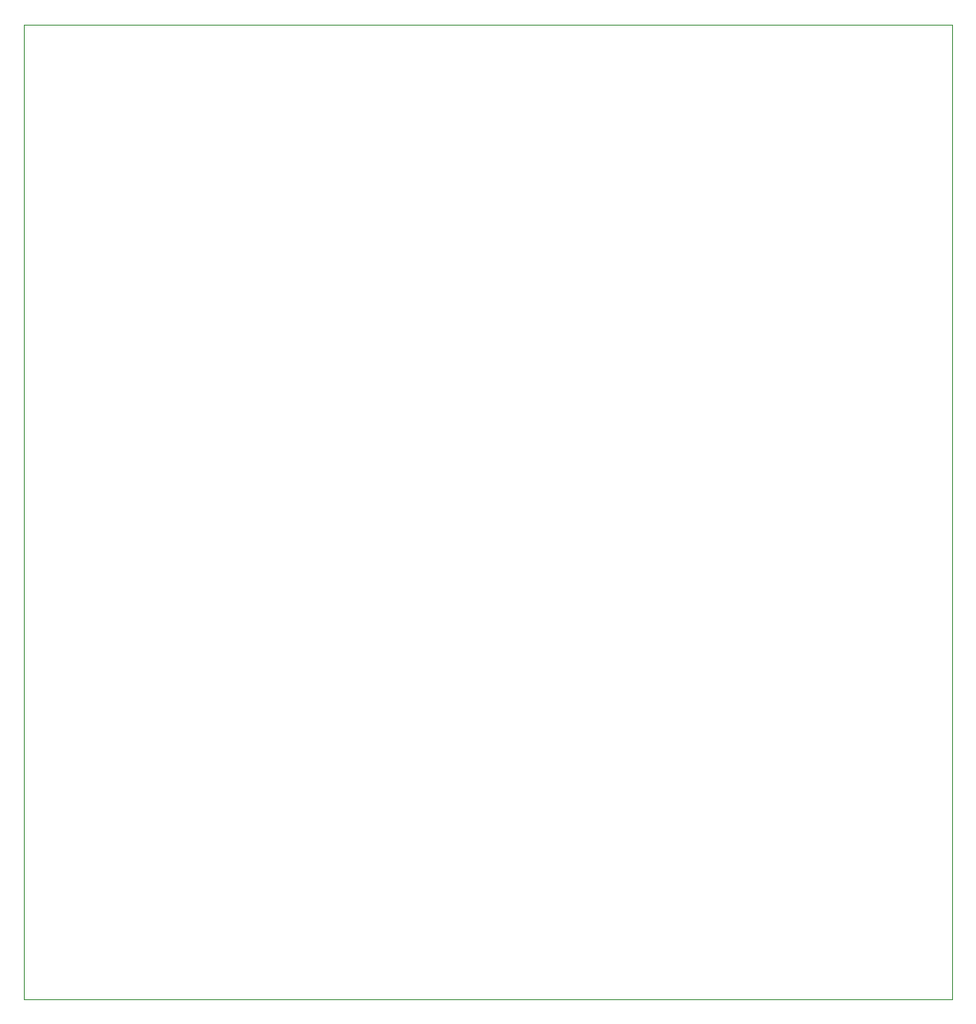
<source format=gbr>
%TF.GenerationSoftware,KiCad,Pcbnew,6.0.6-3a73a75311~116~ubuntu22.04.1*%
%TF.CreationDate,2022-07-15T23:37:08+01:00*%
%TF.ProjectId,Backplane,4261636b-706c-4616-9e65-2e6b69636164,1*%
%TF.SameCoordinates,Original*%
%TF.FileFunction,Profile,NP*%
%FSLAX46Y46*%
G04 Gerber Fmt 4.6, Leading zero omitted, Abs format (unit mm)*
G04 Created by KiCad (PCBNEW 6.0.6-3a73a75311~116~ubuntu22.04.1) date 2022-07-15 23:37:08*
%MOMM*%
%LPD*%
G01*
G04 APERTURE LIST*
%TA.AperFunction,Profile*%
%ADD10C,0.100000*%
%TD*%
G04 APERTURE END LIST*
D10*
X232537000Y-150749000D02*
X140335000Y-150749000D01*
X140335000Y-150749000D02*
X140335000Y-54000400D01*
X140335000Y-54000400D02*
X232537000Y-54000400D01*
X232537000Y-54000400D02*
X232537000Y-150749000D01*
M02*

</source>
